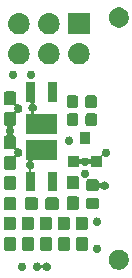
<source format=gbs>
G04 #@! TF.GenerationSoftware,KiCad,Pcbnew,(5.1.0)-1*
G04 #@! TF.CreationDate,2020-11-19T10:17:46+01:00*
G04 #@! TF.ProjectId,PCB_optical_sensors_2_PMW,5043425f-6f70-4746-9963-616c5f73656e,rev?*
G04 #@! TF.SameCoordinates,Original*
G04 #@! TF.FileFunction,Soldermask,Bot*
G04 #@! TF.FilePolarity,Negative*
%FSLAX46Y46*%
G04 Gerber Fmt 4.6, Leading zero omitted, Abs format (unit mm)*
G04 Created by KiCad (PCBNEW (5.1.0)-1) date 2020-11-19 10:17:46*
%MOMM*%
%LPD*%
G04 APERTURE LIST*
%ADD10C,0.100000*%
G04 APERTURE END LIST*
D10*
G36*
X163692383Y-84752489D02*
G01*
X163692386Y-84752490D01*
X163692385Y-84752490D01*
X163756258Y-84778946D01*
X163813748Y-84817360D01*
X163862640Y-84866252D01*
X163891067Y-84908796D01*
X163906613Y-84927738D01*
X163925555Y-84943283D01*
X163947165Y-84954834D01*
X163970614Y-84961947D01*
X163995000Y-84964349D01*
X164019386Y-84961947D01*
X164042835Y-84954834D01*
X164064446Y-84943283D01*
X164083388Y-84927737D01*
X164098933Y-84908796D01*
X164127360Y-84866252D01*
X164176252Y-84817360D01*
X164233742Y-84778946D01*
X164297615Y-84752490D01*
X164297614Y-84752490D01*
X164297617Y-84752489D01*
X164365430Y-84739000D01*
X164434570Y-84739000D01*
X164502383Y-84752489D01*
X164502386Y-84752490D01*
X164502385Y-84752490D01*
X164566258Y-84778946D01*
X164623748Y-84817360D01*
X164672640Y-84866252D01*
X164711054Y-84923742D01*
X164723932Y-84954834D01*
X164737511Y-84987617D01*
X164751000Y-85055430D01*
X164751000Y-85124570D01*
X164737511Y-85192383D01*
X164737510Y-85192385D01*
X164711054Y-85256258D01*
X164672640Y-85313748D01*
X164623748Y-85362640D01*
X164566258Y-85401054D01*
X164514182Y-85422624D01*
X164502383Y-85427511D01*
X164434570Y-85441000D01*
X164365430Y-85441000D01*
X164297617Y-85427511D01*
X164285818Y-85422624D01*
X164233742Y-85401054D01*
X164176252Y-85362640D01*
X164127360Y-85313748D01*
X164098933Y-85271204D01*
X164083387Y-85252262D01*
X164064445Y-85236717D01*
X164042835Y-85225166D01*
X164019386Y-85218053D01*
X163995000Y-85215651D01*
X163970614Y-85218053D01*
X163947165Y-85225166D01*
X163925554Y-85236717D01*
X163906612Y-85252263D01*
X163891067Y-85271204D01*
X163862640Y-85313748D01*
X163813748Y-85362640D01*
X163756258Y-85401054D01*
X163704182Y-85422624D01*
X163692383Y-85427511D01*
X163624570Y-85441000D01*
X163555430Y-85441000D01*
X163487617Y-85427511D01*
X163475818Y-85422624D01*
X163423742Y-85401054D01*
X163366252Y-85362640D01*
X163317360Y-85313748D01*
X163278946Y-85256258D01*
X163252490Y-85192385D01*
X163252489Y-85192383D01*
X163239000Y-85124570D01*
X163239000Y-85055430D01*
X163252489Y-84987617D01*
X163266068Y-84954834D01*
X163278946Y-84923742D01*
X163317360Y-84866252D01*
X163366252Y-84817360D01*
X163423742Y-84778946D01*
X163487615Y-84752490D01*
X163487614Y-84752490D01*
X163487617Y-84752489D01*
X163555430Y-84739000D01*
X163624570Y-84739000D01*
X163692383Y-84752489D01*
X163692383Y-84752489D01*
G37*
G36*
X162408383Y-84752489D02*
G01*
X162408386Y-84752490D01*
X162408385Y-84752490D01*
X162472258Y-84778946D01*
X162529748Y-84817360D01*
X162578640Y-84866252D01*
X162617054Y-84923742D01*
X162629932Y-84954834D01*
X162643511Y-84987617D01*
X162657000Y-85055430D01*
X162657000Y-85124570D01*
X162643511Y-85192383D01*
X162643510Y-85192385D01*
X162617054Y-85256258D01*
X162578640Y-85313748D01*
X162529748Y-85362640D01*
X162472258Y-85401054D01*
X162420182Y-85422624D01*
X162408383Y-85427511D01*
X162340570Y-85441000D01*
X162271430Y-85441000D01*
X162203617Y-85427511D01*
X162191818Y-85422624D01*
X162139742Y-85401054D01*
X162082252Y-85362640D01*
X162033360Y-85313748D01*
X161994946Y-85256258D01*
X161968490Y-85192385D01*
X161968489Y-85192383D01*
X161955000Y-85124570D01*
X161955000Y-85055430D01*
X161968489Y-84987617D01*
X161982068Y-84954834D01*
X161994946Y-84923742D01*
X162033360Y-84866252D01*
X162082252Y-84817360D01*
X162139742Y-84778946D01*
X162203615Y-84752490D01*
X162203614Y-84752490D01*
X162203617Y-84752489D01*
X162271430Y-84739000D01*
X162340570Y-84739000D01*
X162408383Y-84752489D01*
X162408383Y-84752489D01*
G37*
G36*
X170748228Y-83681703D02*
G01*
X170903100Y-83745853D01*
X171042481Y-83838985D01*
X171161015Y-83957519D01*
X171254147Y-84096900D01*
X171318297Y-84251772D01*
X171351000Y-84416184D01*
X171351000Y-84583816D01*
X171318297Y-84748228D01*
X171254147Y-84903100D01*
X171161015Y-85042481D01*
X171042481Y-85161015D01*
X170903100Y-85254147D01*
X170748228Y-85318297D01*
X170583816Y-85351000D01*
X170416184Y-85351000D01*
X170251772Y-85318297D01*
X170096900Y-85254147D01*
X169957519Y-85161015D01*
X169838985Y-85042481D01*
X169745853Y-84903100D01*
X169681703Y-84748228D01*
X169649000Y-84583816D01*
X169649000Y-84416184D01*
X169681703Y-84251772D01*
X169745853Y-84096900D01*
X169838985Y-83957519D01*
X169957519Y-83838985D01*
X170096900Y-83745853D01*
X170251772Y-83681703D01*
X170416184Y-83649000D01*
X170583816Y-83649000D01*
X170748228Y-83681703D01*
X170748228Y-83681703D01*
G37*
G36*
X168758383Y-83228489D02*
G01*
X168758386Y-83228490D01*
X168758385Y-83228490D01*
X168822258Y-83254946D01*
X168879748Y-83293360D01*
X168928640Y-83342252D01*
X168967054Y-83399742D01*
X168988624Y-83451818D01*
X168993511Y-83463617D01*
X169007000Y-83531430D01*
X169007000Y-83600570D01*
X168993511Y-83668383D01*
X168993510Y-83668385D01*
X168967054Y-83732258D01*
X168928640Y-83789748D01*
X168879748Y-83838640D01*
X168822258Y-83877054D01*
X168770182Y-83898624D01*
X168758383Y-83903511D01*
X168690570Y-83917000D01*
X168621430Y-83917000D01*
X168553617Y-83903511D01*
X168541818Y-83898624D01*
X168489742Y-83877054D01*
X168432252Y-83838640D01*
X168383360Y-83789748D01*
X168344946Y-83732258D01*
X168318490Y-83668385D01*
X168318489Y-83668383D01*
X168305000Y-83600570D01*
X168305000Y-83531430D01*
X168318489Y-83463617D01*
X168323376Y-83451818D01*
X168344946Y-83399742D01*
X168383360Y-83342252D01*
X168432252Y-83293360D01*
X168489742Y-83254946D01*
X168553615Y-83228490D01*
X168553614Y-83228490D01*
X168553617Y-83228489D01*
X168621430Y-83215000D01*
X168690570Y-83215000D01*
X168758383Y-83228489D01*
X168758383Y-83228489D01*
G37*
G36*
X161654499Y-82599445D02*
G01*
X161691995Y-82610820D01*
X161726554Y-82629292D01*
X161756847Y-82654153D01*
X161781708Y-82684446D01*
X161800180Y-82719005D01*
X161811555Y-82756501D01*
X161816000Y-82801638D01*
X161816000Y-83540362D01*
X161811555Y-83585499D01*
X161800180Y-83622995D01*
X161781708Y-83657554D01*
X161756847Y-83687847D01*
X161726554Y-83712708D01*
X161691995Y-83731180D01*
X161654499Y-83742555D01*
X161609362Y-83747000D01*
X160970638Y-83747000D01*
X160925501Y-83742555D01*
X160888005Y-83731180D01*
X160853446Y-83712708D01*
X160823153Y-83687847D01*
X160798292Y-83657554D01*
X160779820Y-83622995D01*
X160768445Y-83585499D01*
X160764000Y-83540362D01*
X160764000Y-82801638D01*
X160768445Y-82756501D01*
X160779820Y-82719005D01*
X160798292Y-82684446D01*
X160823153Y-82654153D01*
X160853446Y-82629292D01*
X160888005Y-82610820D01*
X160925501Y-82599445D01*
X160970638Y-82595000D01*
X161609362Y-82595000D01*
X161654499Y-82599445D01*
X161654499Y-82599445D01*
G37*
G36*
X167750499Y-82599445D02*
G01*
X167787995Y-82610820D01*
X167822554Y-82629292D01*
X167852847Y-82654153D01*
X167877708Y-82684446D01*
X167896180Y-82719005D01*
X167907555Y-82756501D01*
X167912000Y-82801638D01*
X167912000Y-83540362D01*
X167907555Y-83585499D01*
X167896180Y-83622995D01*
X167877708Y-83657554D01*
X167852847Y-83687847D01*
X167822554Y-83712708D01*
X167787995Y-83731180D01*
X167750499Y-83742555D01*
X167705362Y-83747000D01*
X167066638Y-83747000D01*
X167021501Y-83742555D01*
X166984005Y-83731180D01*
X166949446Y-83712708D01*
X166919153Y-83687847D01*
X166894292Y-83657554D01*
X166875820Y-83622995D01*
X166864445Y-83585499D01*
X166860000Y-83540362D01*
X166860000Y-82801638D01*
X166864445Y-82756501D01*
X166875820Y-82719005D01*
X166894292Y-82684446D01*
X166919153Y-82654153D01*
X166949446Y-82629292D01*
X166984005Y-82610820D01*
X167021501Y-82599445D01*
X167066638Y-82595000D01*
X167705362Y-82595000D01*
X167750499Y-82599445D01*
X167750499Y-82599445D01*
G37*
G36*
X166226499Y-82599445D02*
G01*
X166263995Y-82610820D01*
X166298554Y-82629292D01*
X166328847Y-82654153D01*
X166353708Y-82684446D01*
X166372180Y-82719005D01*
X166383555Y-82756501D01*
X166388000Y-82801638D01*
X166388000Y-83540362D01*
X166383555Y-83585499D01*
X166372180Y-83622995D01*
X166353708Y-83657554D01*
X166328847Y-83687847D01*
X166298554Y-83712708D01*
X166263995Y-83731180D01*
X166226499Y-83742555D01*
X166181362Y-83747000D01*
X165542638Y-83747000D01*
X165497501Y-83742555D01*
X165460005Y-83731180D01*
X165425446Y-83712708D01*
X165395153Y-83687847D01*
X165370292Y-83657554D01*
X165351820Y-83622995D01*
X165340445Y-83585499D01*
X165336000Y-83540362D01*
X165336000Y-82801638D01*
X165340445Y-82756501D01*
X165351820Y-82719005D01*
X165370292Y-82684446D01*
X165395153Y-82654153D01*
X165425446Y-82629292D01*
X165460005Y-82610820D01*
X165497501Y-82599445D01*
X165542638Y-82595000D01*
X166181362Y-82595000D01*
X166226499Y-82599445D01*
X166226499Y-82599445D01*
G37*
G36*
X164702499Y-82599445D02*
G01*
X164739995Y-82610820D01*
X164774554Y-82629292D01*
X164804847Y-82654153D01*
X164829708Y-82684446D01*
X164848180Y-82719005D01*
X164859555Y-82756501D01*
X164864000Y-82801638D01*
X164864000Y-83540362D01*
X164859555Y-83585499D01*
X164848180Y-83622995D01*
X164829708Y-83657554D01*
X164804847Y-83687847D01*
X164774554Y-83712708D01*
X164739995Y-83731180D01*
X164702499Y-83742555D01*
X164657362Y-83747000D01*
X164018638Y-83747000D01*
X163973501Y-83742555D01*
X163936005Y-83731180D01*
X163901446Y-83712708D01*
X163871153Y-83687847D01*
X163846292Y-83657554D01*
X163827820Y-83622995D01*
X163816445Y-83585499D01*
X163812000Y-83540362D01*
X163812000Y-82801638D01*
X163816445Y-82756501D01*
X163827820Y-82719005D01*
X163846292Y-82684446D01*
X163871153Y-82654153D01*
X163901446Y-82629292D01*
X163936005Y-82610820D01*
X163973501Y-82599445D01*
X164018638Y-82595000D01*
X164657362Y-82595000D01*
X164702499Y-82599445D01*
X164702499Y-82599445D01*
G37*
G36*
X163178499Y-82599445D02*
G01*
X163215995Y-82610820D01*
X163250554Y-82629292D01*
X163280847Y-82654153D01*
X163305708Y-82684446D01*
X163324180Y-82719005D01*
X163335555Y-82756501D01*
X163340000Y-82801638D01*
X163340000Y-83540362D01*
X163335555Y-83585499D01*
X163324180Y-83622995D01*
X163305708Y-83657554D01*
X163280847Y-83687847D01*
X163250554Y-83712708D01*
X163215995Y-83731180D01*
X163178499Y-83742555D01*
X163133362Y-83747000D01*
X162494638Y-83747000D01*
X162449501Y-83742555D01*
X162412005Y-83731180D01*
X162377446Y-83712708D01*
X162347153Y-83687847D01*
X162322292Y-83657554D01*
X162303820Y-83622995D01*
X162292445Y-83585499D01*
X162288000Y-83540362D01*
X162288000Y-82801638D01*
X162292445Y-82756501D01*
X162303820Y-82719005D01*
X162322292Y-82684446D01*
X162347153Y-82654153D01*
X162377446Y-82629292D01*
X162412005Y-82610820D01*
X162449501Y-82599445D01*
X162494638Y-82595000D01*
X163133362Y-82595000D01*
X163178499Y-82599445D01*
X163178499Y-82599445D01*
G37*
G36*
X164702499Y-80849445D02*
G01*
X164739995Y-80860820D01*
X164774554Y-80879292D01*
X164804847Y-80904153D01*
X164829708Y-80934446D01*
X164848180Y-80969005D01*
X164859555Y-81006501D01*
X164864000Y-81051638D01*
X164864000Y-81790362D01*
X164859555Y-81835499D01*
X164848180Y-81872995D01*
X164829708Y-81907554D01*
X164804847Y-81937847D01*
X164774554Y-81962708D01*
X164739995Y-81981180D01*
X164702499Y-81992555D01*
X164657362Y-81997000D01*
X164018638Y-81997000D01*
X163973501Y-81992555D01*
X163936005Y-81981180D01*
X163901446Y-81962708D01*
X163871153Y-81937847D01*
X163846292Y-81907554D01*
X163827820Y-81872995D01*
X163816445Y-81835499D01*
X163812000Y-81790362D01*
X163812000Y-81051638D01*
X163816445Y-81006501D01*
X163827820Y-80969005D01*
X163846292Y-80934446D01*
X163871153Y-80904153D01*
X163901446Y-80879292D01*
X163936005Y-80860820D01*
X163973501Y-80849445D01*
X164018638Y-80845000D01*
X164657362Y-80845000D01*
X164702499Y-80849445D01*
X164702499Y-80849445D01*
G37*
G36*
X163178499Y-80849445D02*
G01*
X163215995Y-80860820D01*
X163250554Y-80879292D01*
X163280847Y-80904153D01*
X163305708Y-80934446D01*
X163324180Y-80969005D01*
X163335555Y-81006501D01*
X163340000Y-81051638D01*
X163340000Y-81790362D01*
X163335555Y-81835499D01*
X163324180Y-81872995D01*
X163305708Y-81907554D01*
X163280847Y-81937847D01*
X163250554Y-81962708D01*
X163215995Y-81981180D01*
X163178499Y-81992555D01*
X163133362Y-81997000D01*
X162494638Y-81997000D01*
X162449501Y-81992555D01*
X162412005Y-81981180D01*
X162377446Y-81962708D01*
X162347153Y-81937847D01*
X162322292Y-81907554D01*
X162303820Y-81872995D01*
X162292445Y-81835499D01*
X162288000Y-81790362D01*
X162288000Y-81051638D01*
X162292445Y-81006501D01*
X162303820Y-80969005D01*
X162322292Y-80934446D01*
X162347153Y-80904153D01*
X162377446Y-80879292D01*
X162412005Y-80860820D01*
X162449501Y-80849445D01*
X162494638Y-80845000D01*
X163133362Y-80845000D01*
X163178499Y-80849445D01*
X163178499Y-80849445D01*
G37*
G36*
X166226499Y-80849445D02*
G01*
X166263995Y-80860820D01*
X166298554Y-80879292D01*
X166328847Y-80904153D01*
X166353708Y-80934446D01*
X166372180Y-80969005D01*
X166383555Y-81006501D01*
X166388000Y-81051638D01*
X166388000Y-81790362D01*
X166383555Y-81835499D01*
X166372180Y-81872995D01*
X166353708Y-81907554D01*
X166328847Y-81937847D01*
X166298554Y-81962708D01*
X166263995Y-81981180D01*
X166226499Y-81992555D01*
X166181362Y-81997000D01*
X165542638Y-81997000D01*
X165497501Y-81992555D01*
X165460005Y-81981180D01*
X165425446Y-81962708D01*
X165395153Y-81937847D01*
X165370292Y-81907554D01*
X165351820Y-81872995D01*
X165340445Y-81835499D01*
X165336000Y-81790362D01*
X165336000Y-81051638D01*
X165340445Y-81006501D01*
X165351820Y-80969005D01*
X165370292Y-80934446D01*
X165395153Y-80904153D01*
X165425446Y-80879292D01*
X165460005Y-80860820D01*
X165497501Y-80849445D01*
X165542638Y-80845000D01*
X166181362Y-80845000D01*
X166226499Y-80849445D01*
X166226499Y-80849445D01*
G37*
G36*
X167750499Y-80849445D02*
G01*
X167787995Y-80860820D01*
X167822554Y-80879292D01*
X167852847Y-80904153D01*
X167877708Y-80934446D01*
X167896180Y-80969005D01*
X167907555Y-81006501D01*
X167912000Y-81051638D01*
X167912000Y-81790362D01*
X167907555Y-81835499D01*
X167896180Y-81872995D01*
X167877708Y-81907554D01*
X167852847Y-81937847D01*
X167822554Y-81962708D01*
X167787995Y-81981180D01*
X167750499Y-81992555D01*
X167705362Y-81997000D01*
X167066638Y-81997000D01*
X167021501Y-81992555D01*
X166984005Y-81981180D01*
X166949446Y-81962708D01*
X166919153Y-81937847D01*
X166894292Y-81907554D01*
X166875820Y-81872995D01*
X166864445Y-81835499D01*
X166860000Y-81790362D01*
X166860000Y-81051638D01*
X166864445Y-81006501D01*
X166875820Y-80969005D01*
X166894292Y-80934446D01*
X166919153Y-80904153D01*
X166949446Y-80879292D01*
X166984005Y-80860820D01*
X167021501Y-80849445D01*
X167066638Y-80845000D01*
X167705362Y-80845000D01*
X167750499Y-80849445D01*
X167750499Y-80849445D01*
G37*
G36*
X161654499Y-80849445D02*
G01*
X161691995Y-80860820D01*
X161726554Y-80879292D01*
X161756847Y-80904153D01*
X161781708Y-80934446D01*
X161800180Y-80969005D01*
X161811555Y-81006501D01*
X161816000Y-81051638D01*
X161816000Y-81790362D01*
X161811555Y-81835499D01*
X161800180Y-81872995D01*
X161781708Y-81907554D01*
X161756847Y-81937847D01*
X161726554Y-81962708D01*
X161691995Y-81981180D01*
X161654499Y-81992555D01*
X161609362Y-81997000D01*
X160970638Y-81997000D01*
X160925501Y-81992555D01*
X160888005Y-81981180D01*
X160853446Y-81962708D01*
X160823153Y-81937847D01*
X160798292Y-81907554D01*
X160779820Y-81872995D01*
X160768445Y-81835499D01*
X160764000Y-81790362D01*
X160764000Y-81051638D01*
X160768445Y-81006501D01*
X160779820Y-80969005D01*
X160798292Y-80934446D01*
X160823153Y-80904153D01*
X160853446Y-80879292D01*
X160888005Y-80860820D01*
X160925501Y-80849445D01*
X160970638Y-80845000D01*
X161609362Y-80845000D01*
X161654499Y-80849445D01*
X161654499Y-80849445D01*
G37*
G36*
X168752383Y-80942489D02*
G01*
X168752386Y-80942490D01*
X168752385Y-80942490D01*
X168816258Y-80968946D01*
X168873748Y-81007360D01*
X168922640Y-81056252D01*
X168961054Y-81113742D01*
X168982624Y-81165818D01*
X168987511Y-81177617D01*
X169001000Y-81245430D01*
X169001000Y-81314570D01*
X168987511Y-81382383D01*
X168987510Y-81382385D01*
X168961054Y-81446258D01*
X168922640Y-81503748D01*
X168873748Y-81552640D01*
X168816258Y-81591054D01*
X168764182Y-81612624D01*
X168752383Y-81617511D01*
X168684570Y-81631000D01*
X168615430Y-81631000D01*
X168547617Y-81617511D01*
X168535818Y-81612624D01*
X168483742Y-81591054D01*
X168426252Y-81552640D01*
X168377360Y-81503748D01*
X168338946Y-81446258D01*
X168312490Y-81382385D01*
X168312489Y-81382383D01*
X168299000Y-81314570D01*
X168299000Y-81245430D01*
X168312489Y-81177617D01*
X168317376Y-81165818D01*
X168338946Y-81113742D01*
X168377360Y-81056252D01*
X168426252Y-81007360D01*
X168483742Y-80968946D01*
X168547615Y-80942490D01*
X168547614Y-80942490D01*
X168547617Y-80942489D01*
X168615430Y-80929000D01*
X168684570Y-80929000D01*
X168752383Y-80942489D01*
X168752383Y-80942489D01*
G37*
G36*
X161654499Y-79184445D02*
G01*
X161691995Y-79195820D01*
X161726554Y-79214292D01*
X161756847Y-79239153D01*
X161781708Y-79269446D01*
X161800180Y-79304005D01*
X161811555Y-79341501D01*
X161816000Y-79386638D01*
X161816000Y-80125362D01*
X161811555Y-80170499D01*
X161800180Y-80207995D01*
X161781708Y-80242554D01*
X161756847Y-80272847D01*
X161726554Y-80297708D01*
X161691995Y-80316180D01*
X161654499Y-80327555D01*
X161609362Y-80332000D01*
X160970638Y-80332000D01*
X160925501Y-80327555D01*
X160888005Y-80316180D01*
X160853446Y-80297708D01*
X160823153Y-80272847D01*
X160798292Y-80242554D01*
X160779820Y-80207995D01*
X160768445Y-80170499D01*
X160764000Y-80125362D01*
X160764000Y-79386638D01*
X160768445Y-79341501D01*
X160779820Y-79304005D01*
X160798292Y-79269446D01*
X160823153Y-79239153D01*
X160853446Y-79214292D01*
X160888005Y-79195820D01*
X160925501Y-79184445D01*
X160970638Y-79180000D01*
X161609362Y-79180000D01*
X161654499Y-79184445D01*
X161654499Y-79184445D01*
G37*
G36*
X166970499Y-79141445D02*
G01*
X167007995Y-79152820D01*
X167042554Y-79171292D01*
X167072847Y-79196153D01*
X167097708Y-79226446D01*
X167116180Y-79261005D01*
X167127555Y-79298501D01*
X167132000Y-79343638D01*
X167132000Y-80082362D01*
X167127555Y-80127499D01*
X167116180Y-80164995D01*
X167097708Y-80199554D01*
X167072847Y-80229847D01*
X167042554Y-80254708D01*
X167007995Y-80273180D01*
X166970499Y-80284555D01*
X166925362Y-80289000D01*
X166286638Y-80289000D01*
X166241501Y-80284555D01*
X166204005Y-80273180D01*
X166169446Y-80254708D01*
X166139153Y-80229847D01*
X166114292Y-80199554D01*
X166095820Y-80164995D01*
X166084445Y-80127499D01*
X166080000Y-80082362D01*
X166080000Y-79343638D01*
X166084445Y-79298501D01*
X166095820Y-79261005D01*
X166114292Y-79226446D01*
X166139153Y-79196153D01*
X166169446Y-79171292D01*
X166204005Y-79152820D01*
X166241501Y-79141445D01*
X166286638Y-79137000D01*
X166925362Y-79137000D01*
X166970499Y-79141445D01*
X166970499Y-79141445D01*
G37*
G36*
X163515499Y-79234445D02*
G01*
X163552995Y-79245820D01*
X163587554Y-79264292D01*
X163617847Y-79289153D01*
X163642708Y-79319446D01*
X163661180Y-79354005D01*
X163672555Y-79391501D01*
X163677000Y-79436638D01*
X163677000Y-80075362D01*
X163672555Y-80120499D01*
X163661180Y-80157995D01*
X163642708Y-80192554D01*
X163617847Y-80222847D01*
X163587554Y-80247708D01*
X163552995Y-80266180D01*
X163515499Y-80277555D01*
X163470362Y-80282000D01*
X162731638Y-80282000D01*
X162686501Y-80277555D01*
X162649005Y-80266180D01*
X162614446Y-80247708D01*
X162584153Y-80222847D01*
X162559292Y-80192554D01*
X162540820Y-80157995D01*
X162529445Y-80120499D01*
X162525000Y-80075362D01*
X162525000Y-79436638D01*
X162529445Y-79391501D01*
X162540820Y-79354005D01*
X162559292Y-79319446D01*
X162584153Y-79289153D01*
X162614446Y-79264292D01*
X162649005Y-79245820D01*
X162686501Y-79234445D01*
X162731638Y-79230000D01*
X163470362Y-79230000D01*
X163515499Y-79234445D01*
X163515499Y-79234445D01*
G37*
G36*
X165265499Y-79234445D02*
G01*
X165302995Y-79245820D01*
X165337554Y-79264292D01*
X165367847Y-79289153D01*
X165392708Y-79319446D01*
X165411180Y-79354005D01*
X165422555Y-79391501D01*
X165427000Y-79436638D01*
X165427000Y-80075362D01*
X165422555Y-80120499D01*
X165411180Y-80157995D01*
X165392708Y-80192554D01*
X165367847Y-80222847D01*
X165337554Y-80247708D01*
X165302995Y-80266180D01*
X165265499Y-80277555D01*
X165220362Y-80282000D01*
X164481638Y-80282000D01*
X164436501Y-80277555D01*
X164399005Y-80266180D01*
X164364446Y-80247708D01*
X164334153Y-80222847D01*
X164309292Y-80192554D01*
X164290820Y-80157995D01*
X164279445Y-80120499D01*
X164275000Y-80075362D01*
X164275000Y-79436638D01*
X164279445Y-79391501D01*
X164290820Y-79354005D01*
X164309292Y-79319446D01*
X164334153Y-79289153D01*
X164364446Y-79264292D01*
X164399005Y-79245820D01*
X164436501Y-79234445D01*
X164481638Y-79230000D01*
X165220362Y-79230000D01*
X165265499Y-79234445D01*
X165265499Y-79234445D01*
G37*
G36*
X168655591Y-79271585D02*
G01*
X168689569Y-79281893D01*
X168720890Y-79298634D01*
X168748339Y-79321161D01*
X168770866Y-79348610D01*
X168787607Y-79379931D01*
X168797915Y-79413909D01*
X168802000Y-79455390D01*
X168802000Y-80056610D01*
X168797915Y-80098091D01*
X168787607Y-80132069D01*
X168770866Y-80163390D01*
X168748339Y-80190839D01*
X168720890Y-80213366D01*
X168689569Y-80230107D01*
X168655591Y-80240415D01*
X168614110Y-80244500D01*
X167937890Y-80244500D01*
X167896409Y-80240415D01*
X167862431Y-80230107D01*
X167831110Y-80213366D01*
X167803661Y-80190839D01*
X167781134Y-80163390D01*
X167764393Y-80132069D01*
X167754085Y-80098091D01*
X167750000Y-80056610D01*
X167750000Y-79455390D01*
X167754085Y-79413909D01*
X167764393Y-79379931D01*
X167781134Y-79348610D01*
X167803661Y-79321161D01*
X167831110Y-79298634D01*
X167862431Y-79281893D01*
X167896409Y-79271585D01*
X167937890Y-79267500D01*
X168614110Y-79267500D01*
X168655591Y-79271585D01*
X168655591Y-79271585D01*
G37*
G36*
X165302000Y-78719000D02*
G01*
X164550000Y-78719000D01*
X164550000Y-77057000D01*
X165302000Y-77057000D01*
X165302000Y-78719000D01*
X165302000Y-78719000D01*
G37*
G36*
X165302000Y-76019000D02*
G01*
X163317163Y-76019000D01*
X163292777Y-76021402D01*
X163269328Y-76028515D01*
X163247717Y-76040066D01*
X163228775Y-76055611D01*
X163213230Y-76074553D01*
X163201679Y-76096164D01*
X163194566Y-76119613D01*
X163192164Y-76143999D01*
X163194566Y-76168385D01*
X163201679Y-76191834D01*
X163213230Y-76213445D01*
X163228775Y-76232387D01*
X163272640Y-76276252D01*
X163311054Y-76333742D01*
X163327913Y-76374446D01*
X163337511Y-76397617D01*
X163351000Y-76465430D01*
X163351000Y-76534570D01*
X163337511Y-76602383D01*
X163337510Y-76602385D01*
X163311054Y-76666258D01*
X163300294Y-76682362D01*
X163272639Y-76723749D01*
X163223749Y-76772639D01*
X163166261Y-76811052D01*
X163166260Y-76811053D01*
X163166259Y-76811053D01*
X163153068Y-76816517D01*
X163131457Y-76828068D01*
X163112515Y-76843613D01*
X163096970Y-76862555D01*
X163085419Y-76884166D01*
X163078306Y-76907615D01*
X163075904Y-76932001D01*
X163078306Y-76956387D01*
X163085419Y-76979836D01*
X163096970Y-77001447D01*
X163112515Y-77020389D01*
X163131457Y-77035934D01*
X163153068Y-77047485D01*
X163176517Y-77054598D01*
X163200903Y-77057000D01*
X163402000Y-77057000D01*
X163402000Y-78719000D01*
X162650000Y-78719000D01*
X162650000Y-77057000D01*
X162799097Y-77057000D01*
X162823483Y-77054598D01*
X162846932Y-77047485D01*
X162868543Y-77035934D01*
X162887485Y-77020389D01*
X162903030Y-77001447D01*
X162914581Y-76979836D01*
X162921694Y-76956387D01*
X162924096Y-76932001D01*
X162921694Y-76907615D01*
X162914581Y-76884166D01*
X162903030Y-76862555D01*
X162887485Y-76843613D01*
X162868543Y-76828068D01*
X162846932Y-76816517D01*
X162833741Y-76811053D01*
X162833740Y-76811053D01*
X162833739Y-76811052D01*
X162776251Y-76772639D01*
X162727361Y-76723749D01*
X162699707Y-76682362D01*
X162688946Y-76666258D01*
X162662490Y-76602385D01*
X162662489Y-76602383D01*
X162649000Y-76534570D01*
X162649000Y-76465430D01*
X162662489Y-76397617D01*
X162672087Y-76374446D01*
X162688946Y-76333742D01*
X162727360Y-76276252D01*
X162771225Y-76232387D01*
X162786770Y-76213445D01*
X162798321Y-76191834D01*
X162805434Y-76168385D01*
X162807836Y-76143999D01*
X162805434Y-76119613D01*
X162798321Y-76096164D01*
X162786770Y-76074553D01*
X162771225Y-76055611D01*
X162752283Y-76040066D01*
X162730672Y-76028515D01*
X162707223Y-76021402D01*
X162682837Y-76019000D01*
X162650000Y-76019000D01*
X162650000Y-74357000D01*
X165302000Y-74357000D01*
X165302000Y-76019000D01*
X165302000Y-76019000D01*
G37*
G36*
X167742383Y-76878489D02*
G01*
X167742386Y-76878490D01*
X167742385Y-76878490D01*
X167806258Y-76904946D01*
X167863748Y-76943360D01*
X167912640Y-76992252D01*
X167951054Y-77049742D01*
X167953065Y-77054598D01*
X167977511Y-77113617D01*
X167991000Y-77181430D01*
X167991000Y-77250570D01*
X167977511Y-77318383D01*
X167977510Y-77318385D01*
X167951054Y-77382258D01*
X167912640Y-77439748D01*
X167873275Y-77479113D01*
X167857730Y-77498055D01*
X167846179Y-77519666D01*
X167839066Y-77543115D01*
X167836664Y-77567501D01*
X167839066Y-77591887D01*
X167846179Y-77615336D01*
X167857730Y-77636947D01*
X167873275Y-77655889D01*
X167892217Y-77671434D01*
X167913828Y-77682985D01*
X167937277Y-77690098D01*
X167961663Y-77692500D01*
X168614110Y-77692500D01*
X168655591Y-77696585D01*
X168689569Y-77706893D01*
X168720890Y-77723634D01*
X168748339Y-77746161D01*
X168770866Y-77773610D01*
X168787607Y-77804931D01*
X168797915Y-77838909D01*
X168802000Y-77880390D01*
X168802000Y-77933460D01*
X168804402Y-77957846D01*
X168811515Y-77981295D01*
X168823066Y-78002906D01*
X168838611Y-78021848D01*
X168857553Y-78037393D01*
X168879164Y-78048944D01*
X168902613Y-78056057D01*
X168926999Y-78058459D01*
X168951385Y-78056057D01*
X168974834Y-78048944D01*
X168996445Y-78037393D01*
X169015387Y-78021848D01*
X169022815Y-78012797D01*
X169076252Y-77959360D01*
X169133742Y-77920946D01*
X169197615Y-77894490D01*
X169197614Y-77894490D01*
X169197617Y-77894489D01*
X169265430Y-77881000D01*
X169334570Y-77881000D01*
X169402383Y-77894489D01*
X169402386Y-77894490D01*
X169402385Y-77894490D01*
X169466258Y-77920946D01*
X169523748Y-77959360D01*
X169572640Y-78008252D01*
X169611054Y-78065742D01*
X169632624Y-78117818D01*
X169637511Y-78129617D01*
X169651000Y-78197430D01*
X169651000Y-78266570D01*
X169637511Y-78334383D01*
X169637510Y-78334385D01*
X169611054Y-78398258D01*
X169572640Y-78455748D01*
X169523748Y-78504640D01*
X169466258Y-78543054D01*
X169432421Y-78557069D01*
X169402383Y-78569511D01*
X169334570Y-78583000D01*
X169265430Y-78583000D01*
X169197617Y-78569511D01*
X169167579Y-78557069D01*
X169133742Y-78543054D01*
X169076252Y-78504640D01*
X169027361Y-78455749D01*
X169027258Y-78455595D01*
X169011712Y-78436654D01*
X168992770Y-78421109D01*
X168971159Y-78409558D01*
X168947710Y-78402445D01*
X168923324Y-78400044D01*
X168898938Y-78402446D01*
X168875489Y-78409560D01*
X168853878Y-78421111D01*
X168834937Y-78436657D01*
X168819392Y-78455599D01*
X168807841Y-78477210D01*
X168798929Y-78512791D01*
X168797915Y-78523091D01*
X168787607Y-78557069D01*
X168770866Y-78588390D01*
X168748339Y-78615839D01*
X168720890Y-78638366D01*
X168689569Y-78655107D01*
X168655591Y-78665415D01*
X168614110Y-78669500D01*
X167937890Y-78669500D01*
X167896409Y-78665415D01*
X167862431Y-78655107D01*
X167831110Y-78638366D01*
X167803661Y-78615839D01*
X167781134Y-78588390D01*
X167764393Y-78557069D01*
X167754085Y-78523091D01*
X167750000Y-78481610D01*
X167750000Y-77880390D01*
X167754085Y-77838909D01*
X167764393Y-77804931D01*
X167781134Y-77773610D01*
X167783031Y-77771299D01*
X167796645Y-77750925D01*
X167806023Y-77728287D01*
X167810804Y-77704253D01*
X167810804Y-77679749D01*
X167806024Y-77655716D01*
X167796647Y-77633077D01*
X167783034Y-77612702D01*
X167765707Y-77595375D01*
X167745333Y-77581761D01*
X167722695Y-77572383D01*
X167698661Y-77567602D01*
X167686407Y-77567000D01*
X167605430Y-77567000D01*
X167537617Y-77553511D01*
X167521620Y-77546885D01*
X167473742Y-77527054D01*
X167416252Y-77488640D01*
X167367360Y-77439748D01*
X167334968Y-77391270D01*
X167328964Y-77383955D01*
X167328933Y-77383798D01*
X167324800Y-77372248D01*
X167302490Y-77318385D01*
X167302489Y-77318383D01*
X167289000Y-77250570D01*
X167289000Y-77181430D01*
X167302489Y-77113617D01*
X167326935Y-77054598D01*
X167328946Y-77049742D01*
X167367360Y-76992252D01*
X167416252Y-76943360D01*
X167473742Y-76904946D01*
X167537615Y-76878490D01*
X167537614Y-76878490D01*
X167537617Y-76878489D01*
X167605430Y-76865000D01*
X167674570Y-76865000D01*
X167742383Y-76878489D01*
X167742383Y-76878489D01*
G37*
G36*
X161654499Y-77434445D02*
G01*
X161691995Y-77445820D01*
X161726554Y-77464292D01*
X161756847Y-77489153D01*
X161781708Y-77519446D01*
X161800180Y-77554005D01*
X161811555Y-77591501D01*
X161816000Y-77636638D01*
X161816000Y-78375362D01*
X161811555Y-78420499D01*
X161800180Y-78457995D01*
X161781708Y-78492554D01*
X161756847Y-78522847D01*
X161726554Y-78547708D01*
X161691995Y-78566180D01*
X161654499Y-78577555D01*
X161609362Y-78582000D01*
X160970638Y-78582000D01*
X160925501Y-78577555D01*
X160888005Y-78566180D01*
X160853446Y-78547708D01*
X160823153Y-78522847D01*
X160798292Y-78492554D01*
X160779820Y-78457995D01*
X160768445Y-78420499D01*
X160764000Y-78375362D01*
X160764000Y-77636638D01*
X160768445Y-77591501D01*
X160779820Y-77554005D01*
X160798292Y-77519446D01*
X160823153Y-77489153D01*
X160853446Y-77464292D01*
X160888005Y-77445820D01*
X160925501Y-77434445D01*
X160970638Y-77430000D01*
X161609362Y-77430000D01*
X161654499Y-77434445D01*
X161654499Y-77434445D01*
G37*
G36*
X166970499Y-77391445D02*
G01*
X167007995Y-77402820D01*
X167042554Y-77421292D01*
X167072847Y-77446153D01*
X167097708Y-77476446D01*
X167099076Y-77479005D01*
X167112623Y-77499280D01*
X167127555Y-77548501D01*
X167132000Y-77593638D01*
X167132000Y-78332362D01*
X167127555Y-78377499D01*
X167116180Y-78414995D01*
X167097708Y-78449554D01*
X167072847Y-78479847D01*
X167042554Y-78504708D01*
X167007995Y-78523180D01*
X166970499Y-78534555D01*
X166925362Y-78539000D01*
X166286638Y-78539000D01*
X166241501Y-78534555D01*
X166204005Y-78523180D01*
X166169446Y-78504708D01*
X166139153Y-78479847D01*
X166114292Y-78449554D01*
X166095820Y-78414995D01*
X166084445Y-78377499D01*
X166080000Y-78332362D01*
X166080000Y-77593638D01*
X166084445Y-77548501D01*
X166095820Y-77511005D01*
X166114292Y-77476446D01*
X166139153Y-77446153D01*
X166169446Y-77421292D01*
X166204005Y-77402820D01*
X166241501Y-77391445D01*
X166286638Y-77387000D01*
X166925362Y-77387000D01*
X166970499Y-77391445D01*
X166970499Y-77391445D01*
G37*
G36*
X161654499Y-70253445D02*
G01*
X161691995Y-70264820D01*
X161726554Y-70283292D01*
X161756847Y-70308153D01*
X161781708Y-70338446D01*
X161800180Y-70373005D01*
X161811555Y-70410501D01*
X161816000Y-70455638D01*
X161816000Y-71194360D01*
X161813999Y-71214677D01*
X161813999Y-71239181D01*
X161818779Y-71263214D01*
X161828157Y-71285853D01*
X161841771Y-71306228D01*
X161859098Y-71323555D01*
X161879472Y-71337168D01*
X161902111Y-71346546D01*
X161926144Y-71351326D01*
X161962779Y-71349527D01*
X161965429Y-71349000D01*
X162034570Y-71349000D01*
X162102383Y-71362489D01*
X162102386Y-71362490D01*
X162102385Y-71362490D01*
X162166258Y-71388946D01*
X162223748Y-71427360D01*
X162272640Y-71476252D01*
X162311054Y-71533742D01*
X162327920Y-71574461D01*
X162337511Y-71597617D01*
X162351000Y-71665430D01*
X162351000Y-71734570D01*
X162337511Y-71802383D01*
X162337510Y-71802385D01*
X162311054Y-71866258D01*
X162272640Y-71923748D01*
X162223748Y-71972640D01*
X162166258Y-72011054D01*
X162115685Y-72032001D01*
X162102383Y-72037511D01*
X162034570Y-72051000D01*
X161965429Y-72051000D01*
X161962779Y-72050473D01*
X161938393Y-72048072D01*
X161914007Y-72050474D01*
X161890558Y-72057588D01*
X161868948Y-72069140D01*
X161850006Y-72084686D01*
X161834461Y-72103628D01*
X161822911Y-72125239D01*
X161815798Y-72148688D01*
X161813999Y-72185323D01*
X161816000Y-72205640D01*
X161816000Y-72944362D01*
X161811555Y-72989499D01*
X161800180Y-73026995D01*
X161781708Y-73061554D01*
X161756847Y-73091847D01*
X161726554Y-73116708D01*
X161691995Y-73135180D01*
X161654499Y-73146555D01*
X161624791Y-73149480D01*
X161600758Y-73154260D01*
X161578119Y-73163637D01*
X161557744Y-73177250D01*
X161540417Y-73194577D01*
X161526803Y-73214951D01*
X161517425Y-73237589D01*
X161512644Y-73261623D01*
X161512644Y-73286127D01*
X161517424Y-73310160D01*
X161526801Y-73332799D01*
X161540414Y-73353174D01*
X161548653Y-73362265D01*
X161562640Y-73376252D01*
X161601054Y-73433742D01*
X161622624Y-73485818D01*
X161627511Y-73497617D01*
X161641000Y-73565430D01*
X161641000Y-73634570D01*
X161627511Y-73702383D01*
X161627510Y-73702385D01*
X161601052Y-73766262D01*
X161578591Y-73799877D01*
X161567039Y-73821487D01*
X161559926Y-73844936D01*
X161557524Y-73869322D01*
X161559926Y-73893708D01*
X161567039Y-73917157D01*
X161578590Y-73938768D01*
X161594135Y-73957710D01*
X161613077Y-73973255D01*
X161646237Y-73988939D01*
X161691994Y-74002820D01*
X161726554Y-74021292D01*
X161756847Y-74046153D01*
X161781708Y-74076446D01*
X161800180Y-74111005D01*
X161811555Y-74148501D01*
X161816000Y-74193638D01*
X161816000Y-74932360D01*
X161813999Y-74952677D01*
X161813999Y-74977181D01*
X161818779Y-75001214D01*
X161828157Y-75023853D01*
X161841771Y-75044228D01*
X161859098Y-75061555D01*
X161879472Y-75075168D01*
X161902111Y-75084546D01*
X161926144Y-75089326D01*
X161962779Y-75087527D01*
X161965429Y-75087000D01*
X162034570Y-75087000D01*
X162102383Y-75100489D01*
X162102386Y-75100490D01*
X162102385Y-75100490D01*
X162166258Y-75126946D01*
X162223748Y-75165360D01*
X162272640Y-75214252D01*
X162311054Y-75271742D01*
X162332624Y-75323818D01*
X162337511Y-75335617D01*
X162351000Y-75403430D01*
X162351000Y-75472570D01*
X162337511Y-75540383D01*
X162337510Y-75540385D01*
X162311054Y-75604258D01*
X162272640Y-75661748D01*
X162223748Y-75710640D01*
X162166258Y-75749054D01*
X162114182Y-75770624D01*
X162102383Y-75775511D01*
X162034570Y-75789000D01*
X161965429Y-75789000D01*
X161962779Y-75788473D01*
X161938393Y-75786072D01*
X161914007Y-75788474D01*
X161890558Y-75795588D01*
X161868948Y-75807140D01*
X161850006Y-75822686D01*
X161834461Y-75841628D01*
X161822911Y-75863239D01*
X161815798Y-75886688D01*
X161813999Y-75923323D01*
X161816000Y-75943640D01*
X161816000Y-76682362D01*
X161811555Y-76727499D01*
X161800180Y-76764995D01*
X161781708Y-76799554D01*
X161756847Y-76829847D01*
X161726554Y-76854708D01*
X161691995Y-76873180D01*
X161654499Y-76884555D01*
X161609362Y-76889000D01*
X160970638Y-76889000D01*
X160925501Y-76884555D01*
X160888005Y-76873180D01*
X160853446Y-76854708D01*
X160823153Y-76829847D01*
X160798292Y-76799554D01*
X160779820Y-76764995D01*
X160768445Y-76727499D01*
X160764000Y-76682362D01*
X160764000Y-75943638D01*
X160768445Y-75898501D01*
X160779820Y-75861005D01*
X160798292Y-75826446D01*
X160823153Y-75796153D01*
X160853446Y-75771292D01*
X160888005Y-75752820D01*
X160925501Y-75741445D01*
X160970638Y-75737000D01*
X161556856Y-75737000D01*
X161581242Y-75734598D01*
X161604691Y-75727485D01*
X161626302Y-75715934D01*
X161645244Y-75700389D01*
X161660789Y-75681447D01*
X161672340Y-75659836D01*
X161679453Y-75636387D01*
X161681855Y-75612001D01*
X161679453Y-75587615D01*
X161672341Y-75564167D01*
X161669787Y-75558001D01*
X161662489Y-75540383D01*
X161649000Y-75472570D01*
X161649000Y-75403430D01*
X161662489Y-75335617D01*
X161672342Y-75311829D01*
X161679453Y-75288384D01*
X161681855Y-75263997D01*
X161679453Y-75239611D01*
X161672339Y-75216163D01*
X161660788Y-75194552D01*
X161645243Y-75175610D01*
X161626300Y-75160065D01*
X161604690Y-75148514D01*
X161581241Y-75141402D01*
X161556856Y-75139000D01*
X160970638Y-75139000D01*
X160925501Y-75134555D01*
X160888005Y-75123180D01*
X160853446Y-75104708D01*
X160823153Y-75079847D01*
X160798292Y-75049554D01*
X160779820Y-75014995D01*
X160768445Y-74977499D01*
X160764000Y-74932362D01*
X160764000Y-74193638D01*
X160768445Y-74148501D01*
X160779820Y-74111005D01*
X160798292Y-74076446D01*
X160823153Y-74046153D01*
X160853446Y-74021292D01*
X160888006Y-74002820D01*
X160933763Y-73988939D01*
X160956402Y-73979562D01*
X160976776Y-73965948D01*
X160994103Y-73948621D01*
X161007717Y-73928246D01*
X161017094Y-73905607D01*
X161021874Y-73881574D01*
X161021874Y-73857070D01*
X161017093Y-73833037D01*
X161001409Y-73799877D01*
X160978948Y-73766262D01*
X160952490Y-73702385D01*
X160952489Y-73702383D01*
X160939000Y-73634570D01*
X160939000Y-73565430D01*
X160952489Y-73497617D01*
X160957376Y-73485818D01*
X160978946Y-73433742D01*
X161017360Y-73376252D01*
X161031347Y-73362265D01*
X161046892Y-73343323D01*
X161058443Y-73321712D01*
X161065556Y-73298263D01*
X161067958Y-73273877D01*
X161065556Y-73249491D01*
X161058443Y-73226042D01*
X161046892Y-73204431D01*
X161031347Y-73185489D01*
X161012405Y-73169944D01*
X160990794Y-73158393D01*
X160967345Y-73151280D01*
X160955209Y-73149480D01*
X160925501Y-73146555D01*
X160888005Y-73135180D01*
X160853446Y-73116708D01*
X160823153Y-73091847D01*
X160798292Y-73061554D01*
X160779820Y-73026995D01*
X160768445Y-72989499D01*
X160764000Y-72944362D01*
X160764000Y-72205638D01*
X160768445Y-72160501D01*
X160779820Y-72123005D01*
X160798292Y-72088446D01*
X160823153Y-72058153D01*
X160853446Y-72033292D01*
X160888005Y-72014820D01*
X160925501Y-72003445D01*
X160970638Y-71999000D01*
X161556856Y-71999000D01*
X161581242Y-71996598D01*
X161604691Y-71989485D01*
X161626302Y-71977934D01*
X161645244Y-71962389D01*
X161660789Y-71943447D01*
X161672340Y-71921836D01*
X161679453Y-71898387D01*
X161681855Y-71874001D01*
X161679453Y-71849615D01*
X161672341Y-71826167D01*
X161662489Y-71802383D01*
X161649000Y-71734570D01*
X161649000Y-71665430D01*
X161662489Y-71597617D01*
X161672342Y-71573829D01*
X161679453Y-71550384D01*
X161681855Y-71525997D01*
X161679453Y-71501611D01*
X161672339Y-71478163D01*
X161660788Y-71456552D01*
X161645243Y-71437610D01*
X161626300Y-71422065D01*
X161604690Y-71410514D01*
X161581241Y-71403402D01*
X161556856Y-71401000D01*
X160970638Y-71401000D01*
X160925501Y-71396555D01*
X160888005Y-71385180D01*
X160853446Y-71366708D01*
X160823153Y-71341847D01*
X160798292Y-71311554D01*
X160779820Y-71276995D01*
X160768445Y-71239499D01*
X160764000Y-71194362D01*
X160764000Y-70455638D01*
X160768445Y-70410501D01*
X160779820Y-70373005D01*
X160798292Y-70338446D01*
X160823153Y-70308153D01*
X160853446Y-70283292D01*
X160888005Y-70264820D01*
X160925501Y-70253445D01*
X160970638Y-70249000D01*
X161609362Y-70249000D01*
X161654499Y-70253445D01*
X161654499Y-70253445D01*
G37*
G36*
X169520383Y-75100489D02*
G01*
X169520386Y-75100490D01*
X169520385Y-75100490D01*
X169584258Y-75126946D01*
X169641748Y-75165360D01*
X169690640Y-75214252D01*
X169729054Y-75271742D01*
X169750624Y-75323818D01*
X169755511Y-75335617D01*
X169769000Y-75403430D01*
X169769000Y-75472570D01*
X169755511Y-75540383D01*
X169755510Y-75540385D01*
X169729054Y-75604258D01*
X169690640Y-75661748D01*
X169641748Y-75710640D01*
X169584258Y-75749054D01*
X169532182Y-75770624D01*
X169520383Y-75775511D01*
X169452570Y-75789000D01*
X169383430Y-75789000D01*
X169315617Y-75775511D01*
X169305431Y-75771292D01*
X169251741Y-75749054D01*
X169235446Y-75738165D01*
X169213836Y-75726614D01*
X169190387Y-75719500D01*
X169166001Y-75717098D01*
X169141615Y-75719499D01*
X169118166Y-75726612D01*
X169096555Y-75738163D01*
X169077613Y-75753708D01*
X169062067Y-75772650D01*
X169050516Y-75794260D01*
X169043402Y-75817709D01*
X169041000Y-75842097D01*
X169041000Y-76685000D01*
X168139000Y-76685000D01*
X168139000Y-76497043D01*
X168136598Y-76472657D01*
X168129485Y-76449208D01*
X168117934Y-76427597D01*
X168102389Y-76408655D01*
X168083447Y-76393110D01*
X168061836Y-76381559D01*
X168038387Y-76374446D01*
X168014001Y-76372044D01*
X167989615Y-76374446D01*
X167966166Y-76381559D01*
X167944555Y-76393110D01*
X167925613Y-76408655D01*
X167915912Y-76420476D01*
X167863748Y-76472640D01*
X167806258Y-76511054D01*
X167754182Y-76532624D01*
X167742383Y-76537511D01*
X167674570Y-76551000D01*
X167605430Y-76551000D01*
X167537617Y-76537511D01*
X167525818Y-76532624D01*
X167473742Y-76511054D01*
X167416252Y-76472640D01*
X167364088Y-76420476D01*
X167354387Y-76408655D01*
X167335445Y-76393110D01*
X167313834Y-76381559D01*
X167290385Y-76374446D01*
X167265999Y-76372044D01*
X167241613Y-76374446D01*
X167218164Y-76381559D01*
X167196553Y-76393110D01*
X167177611Y-76408655D01*
X167162066Y-76427597D01*
X167150515Y-76449208D01*
X167143402Y-76472657D01*
X167141000Y-76497043D01*
X167141000Y-76685000D01*
X166239000Y-76685000D01*
X166239000Y-75683000D01*
X167141000Y-75683000D01*
X167141000Y-75902957D01*
X167143402Y-75927343D01*
X167150515Y-75950792D01*
X167162066Y-75972403D01*
X167177611Y-75991345D01*
X167196553Y-76006890D01*
X167218164Y-76018441D01*
X167241613Y-76025554D01*
X167265999Y-76027956D01*
X167290385Y-76025554D01*
X167313834Y-76018441D01*
X167335445Y-76006890D01*
X167354387Y-75991345D01*
X167364088Y-75979524D01*
X167416252Y-75927360D01*
X167473742Y-75888946D01*
X167525818Y-75867376D01*
X167537617Y-75862489D01*
X167605430Y-75849000D01*
X167674570Y-75849000D01*
X167742383Y-75862489D01*
X167754182Y-75867376D01*
X167806258Y-75888946D01*
X167863748Y-75927360D01*
X167915912Y-75979524D01*
X167925613Y-75991345D01*
X167944555Y-76006890D01*
X167966166Y-76018441D01*
X167989615Y-76025554D01*
X168014001Y-76027956D01*
X168038387Y-76025554D01*
X168061836Y-76018441D01*
X168083447Y-76006890D01*
X168102389Y-75991345D01*
X168117934Y-75972403D01*
X168129485Y-75950792D01*
X168136598Y-75927343D01*
X168139000Y-75902957D01*
X168139000Y-75683000D01*
X168956546Y-75683000D01*
X168980932Y-75680598D01*
X169004381Y-75673485D01*
X169025992Y-75661934D01*
X169044934Y-75646389D01*
X169060479Y-75627447D01*
X169072030Y-75605836D01*
X169079143Y-75582387D01*
X169081545Y-75558001D01*
X169079143Y-75533614D01*
X169067000Y-75472570D01*
X169067000Y-75403430D01*
X169080489Y-75335619D01*
X169080489Y-75335617D01*
X169085376Y-75323818D01*
X169106946Y-75271742D01*
X169145360Y-75214252D01*
X169194252Y-75165360D01*
X169251742Y-75126946D01*
X169315615Y-75100490D01*
X169315614Y-75100490D01*
X169315617Y-75100489D01*
X169383430Y-75087000D01*
X169452570Y-75087000D01*
X169520383Y-75100489D01*
X169520383Y-75100489D01*
G37*
G36*
X166402383Y-74084489D02*
G01*
X166402386Y-74084490D01*
X166402385Y-74084490D01*
X166466258Y-74110946D01*
X166523748Y-74149360D01*
X166572640Y-74198252D01*
X166611054Y-74255742D01*
X166632624Y-74307818D01*
X166637511Y-74319617D01*
X166651000Y-74387430D01*
X166651000Y-74456570D01*
X166637511Y-74524383D01*
X166637510Y-74524385D01*
X166611054Y-74588258D01*
X166572640Y-74645748D01*
X166523748Y-74694640D01*
X166466258Y-74733054D01*
X166414182Y-74754624D01*
X166402383Y-74759511D01*
X166334570Y-74773000D01*
X166265430Y-74773000D01*
X166197617Y-74759511D01*
X166185818Y-74754624D01*
X166133742Y-74733054D01*
X166076252Y-74694640D01*
X166027360Y-74645748D01*
X165988946Y-74588258D01*
X165962490Y-74524385D01*
X165962489Y-74524383D01*
X165949000Y-74456570D01*
X165949000Y-74387430D01*
X165962489Y-74319617D01*
X165967376Y-74307818D01*
X165988946Y-74255742D01*
X166027360Y-74198252D01*
X166076252Y-74149360D01*
X166133742Y-74110946D01*
X166197615Y-74084490D01*
X166197614Y-74084490D01*
X166197617Y-74084489D01*
X166265430Y-74071000D01*
X166334570Y-74071000D01*
X166402383Y-74084489D01*
X166402383Y-74084489D01*
G37*
G36*
X168091000Y-74685000D02*
G01*
X167189000Y-74685000D01*
X167189000Y-73683000D01*
X168091000Y-73683000D01*
X168091000Y-74685000D01*
X168091000Y-74685000D01*
G37*
G36*
X163402000Y-71148790D02*
G01*
X163393689Y-71155611D01*
X163378144Y-71174553D01*
X163366593Y-71196164D01*
X163359480Y-71219613D01*
X163357078Y-71243999D01*
X163359480Y-71268385D01*
X163366593Y-71291834D01*
X163378144Y-71313445D01*
X163393689Y-71332387D01*
X163412631Y-71347932D01*
X163423748Y-71355360D01*
X163472640Y-71404252D01*
X163511054Y-71461742D01*
X163532624Y-71513818D01*
X163537511Y-71525617D01*
X163551000Y-71593430D01*
X163551000Y-71662570D01*
X163537511Y-71730383D01*
X163537510Y-71730385D01*
X163511054Y-71794258D01*
X163511052Y-71794261D01*
X163472639Y-71851749D01*
X163423749Y-71900639D01*
X163389165Y-71923748D01*
X163382699Y-71928068D01*
X163363757Y-71943614D01*
X163348212Y-71962555D01*
X163336661Y-71984166D01*
X163329548Y-72007615D01*
X163327146Y-72032001D01*
X163329548Y-72056387D01*
X163336661Y-72079836D01*
X163348212Y-72101447D01*
X163363758Y-72120389D01*
X163382699Y-72135934D01*
X163404310Y-72147485D01*
X163427759Y-72154598D01*
X163452145Y-72157000D01*
X165302000Y-72157000D01*
X165302000Y-73819000D01*
X162650000Y-73819000D01*
X162650000Y-72157000D01*
X162947855Y-72157000D01*
X162972241Y-72154598D01*
X162995690Y-72147485D01*
X163017301Y-72135934D01*
X163036243Y-72120389D01*
X163051788Y-72101447D01*
X163063339Y-72079836D01*
X163070452Y-72056387D01*
X163072854Y-72032001D01*
X163070452Y-72007615D01*
X163063339Y-71984166D01*
X163051788Y-71962555D01*
X163036243Y-71943613D01*
X163017301Y-71928068D01*
X163010836Y-71923748D01*
X162976251Y-71900639D01*
X162927361Y-71851749D01*
X162888948Y-71794261D01*
X162888946Y-71794258D01*
X162862490Y-71730385D01*
X162862489Y-71730383D01*
X162849000Y-71662570D01*
X162849000Y-71593430D01*
X162862489Y-71525617D01*
X162867376Y-71513818D01*
X162888946Y-71461742D01*
X162927360Y-71404252D01*
X162976252Y-71355360D01*
X162987369Y-71347932D01*
X163006311Y-71332387D01*
X163021856Y-71313445D01*
X163033407Y-71291834D01*
X163040520Y-71268385D01*
X163042922Y-71243999D01*
X163040520Y-71219613D01*
X163033407Y-71196164D01*
X163021856Y-71174553D01*
X163006311Y-71155611D01*
X162987369Y-71140066D01*
X162965758Y-71128515D01*
X162942309Y-71121402D01*
X162917923Y-71119000D01*
X162650000Y-71119000D01*
X162650000Y-69457000D01*
X163402000Y-69457000D01*
X163402000Y-71148790D01*
X163402000Y-71148790D01*
G37*
G36*
X166940591Y-72122085D02*
G01*
X166974569Y-72132393D01*
X167005890Y-72149134D01*
X167033339Y-72171661D01*
X167055866Y-72199110D01*
X167072607Y-72230431D01*
X167082915Y-72264409D01*
X167087000Y-72305890D01*
X167087000Y-72982110D01*
X167082915Y-73023591D01*
X167072607Y-73057569D01*
X167055866Y-73088890D01*
X167033339Y-73116339D01*
X167005890Y-73138866D01*
X166974569Y-73155607D01*
X166940591Y-73165915D01*
X166899110Y-73170000D01*
X166297890Y-73170000D01*
X166256409Y-73165915D01*
X166222431Y-73155607D01*
X166191110Y-73138866D01*
X166163661Y-73116339D01*
X166141134Y-73088890D01*
X166124393Y-73057569D01*
X166114085Y-73023591D01*
X166110000Y-72982110D01*
X166110000Y-72305890D01*
X166114085Y-72264409D01*
X166124393Y-72230431D01*
X166141134Y-72199110D01*
X166163661Y-72171661D01*
X166191110Y-72149134D01*
X166222431Y-72132393D01*
X166256409Y-72122085D01*
X166297890Y-72118000D01*
X166899110Y-72118000D01*
X166940591Y-72122085D01*
X166940591Y-72122085D01*
G37*
G36*
X168515591Y-72122085D02*
G01*
X168549569Y-72132393D01*
X168580890Y-72149134D01*
X168608339Y-72171661D01*
X168630866Y-72199110D01*
X168647607Y-72230431D01*
X168657915Y-72264409D01*
X168662000Y-72305890D01*
X168662000Y-72982110D01*
X168657915Y-73023591D01*
X168647607Y-73057569D01*
X168630866Y-73088890D01*
X168608339Y-73116339D01*
X168580890Y-73138866D01*
X168549569Y-73155607D01*
X168515591Y-73165915D01*
X168474110Y-73170000D01*
X167872890Y-73170000D01*
X167831409Y-73165915D01*
X167797431Y-73155607D01*
X167766110Y-73138866D01*
X167738661Y-73116339D01*
X167716134Y-73088890D01*
X167699393Y-73057569D01*
X167689085Y-73023591D01*
X167685000Y-72982110D01*
X167685000Y-72305890D01*
X167689085Y-72264409D01*
X167699393Y-72230431D01*
X167716134Y-72199110D01*
X167738661Y-72171661D01*
X167766110Y-72149134D01*
X167797431Y-72132393D01*
X167831409Y-72122085D01*
X167872890Y-72118000D01*
X168474110Y-72118000D01*
X168515591Y-72122085D01*
X168515591Y-72122085D01*
G37*
G36*
X166915091Y-70598085D02*
G01*
X166949069Y-70608393D01*
X166980390Y-70625134D01*
X167007839Y-70647661D01*
X167030366Y-70675110D01*
X167047107Y-70706431D01*
X167057415Y-70740409D01*
X167061500Y-70781890D01*
X167061500Y-71458110D01*
X167057415Y-71499591D01*
X167047107Y-71533569D01*
X167030366Y-71564890D01*
X167007839Y-71592339D01*
X166980390Y-71614866D01*
X166949069Y-71631607D01*
X166915091Y-71641915D01*
X166873610Y-71646000D01*
X166272390Y-71646000D01*
X166230909Y-71641915D01*
X166196931Y-71631607D01*
X166165610Y-71614866D01*
X166138161Y-71592339D01*
X166115634Y-71564890D01*
X166098893Y-71533569D01*
X166088585Y-71499591D01*
X166084500Y-71458110D01*
X166084500Y-70781890D01*
X166088585Y-70740409D01*
X166098893Y-70706431D01*
X166115634Y-70675110D01*
X166138161Y-70647661D01*
X166165610Y-70625134D01*
X166196931Y-70608393D01*
X166230909Y-70598085D01*
X166272390Y-70594000D01*
X166873610Y-70594000D01*
X166915091Y-70598085D01*
X166915091Y-70598085D01*
G37*
G36*
X168490091Y-70598085D02*
G01*
X168524069Y-70608393D01*
X168555390Y-70625134D01*
X168582839Y-70647661D01*
X168605366Y-70675110D01*
X168622107Y-70706431D01*
X168632415Y-70740409D01*
X168636500Y-70781890D01*
X168636500Y-71458110D01*
X168632415Y-71499591D01*
X168622107Y-71533569D01*
X168605366Y-71564890D01*
X168582839Y-71592339D01*
X168555390Y-71614866D01*
X168524069Y-71631607D01*
X168490091Y-71641915D01*
X168448610Y-71646000D01*
X167847390Y-71646000D01*
X167805909Y-71641915D01*
X167771931Y-71631607D01*
X167740610Y-71614866D01*
X167713161Y-71592339D01*
X167690634Y-71564890D01*
X167673893Y-71533569D01*
X167663585Y-71499591D01*
X167659500Y-71458110D01*
X167659500Y-70781890D01*
X167663585Y-70740409D01*
X167673893Y-70706431D01*
X167690634Y-70675110D01*
X167713161Y-70647661D01*
X167740610Y-70625134D01*
X167771931Y-70608393D01*
X167805909Y-70598085D01*
X167847390Y-70594000D01*
X168448610Y-70594000D01*
X168490091Y-70598085D01*
X168490091Y-70598085D01*
G37*
G36*
X165302000Y-71119000D02*
G01*
X164550000Y-71119000D01*
X164550000Y-69457000D01*
X165302000Y-69457000D01*
X165302000Y-71119000D01*
X165302000Y-71119000D01*
G37*
G36*
X161646383Y-68496489D02*
G01*
X161646386Y-68496490D01*
X161646385Y-68496490D01*
X161710258Y-68522946D01*
X161767748Y-68561360D01*
X161816640Y-68610252D01*
X161855054Y-68667742D01*
X161876624Y-68719818D01*
X161881511Y-68731617D01*
X161895000Y-68799430D01*
X161895000Y-68868570D01*
X161881511Y-68936383D01*
X161881510Y-68936385D01*
X161855054Y-69000258D01*
X161816640Y-69057748D01*
X161767748Y-69106640D01*
X161710258Y-69145054D01*
X161658182Y-69166624D01*
X161646383Y-69171511D01*
X161578570Y-69185000D01*
X161509430Y-69185000D01*
X161441617Y-69171511D01*
X161429818Y-69166624D01*
X161377742Y-69145054D01*
X161320252Y-69106640D01*
X161271360Y-69057748D01*
X161232946Y-69000258D01*
X161206490Y-68936385D01*
X161206489Y-68936383D01*
X161193000Y-68868570D01*
X161193000Y-68799430D01*
X161206489Y-68731617D01*
X161211376Y-68719818D01*
X161232946Y-68667742D01*
X161271360Y-68610252D01*
X161320252Y-68561360D01*
X161377742Y-68522946D01*
X161441615Y-68496490D01*
X161441614Y-68496490D01*
X161441617Y-68496489D01*
X161509430Y-68483000D01*
X161578570Y-68483000D01*
X161646383Y-68496489D01*
X161646383Y-68496489D01*
G37*
G36*
X163170383Y-68496489D02*
G01*
X163170386Y-68496490D01*
X163170385Y-68496490D01*
X163234258Y-68522946D01*
X163291748Y-68561360D01*
X163340640Y-68610252D01*
X163379054Y-68667742D01*
X163400624Y-68719818D01*
X163405511Y-68731617D01*
X163419000Y-68799430D01*
X163419000Y-68868570D01*
X163405511Y-68936383D01*
X163405510Y-68936385D01*
X163379054Y-69000258D01*
X163340640Y-69057748D01*
X163291748Y-69106640D01*
X163234258Y-69145054D01*
X163182182Y-69166624D01*
X163170383Y-69171511D01*
X163102570Y-69185000D01*
X163033430Y-69185000D01*
X162965617Y-69171511D01*
X162953818Y-69166624D01*
X162901742Y-69145054D01*
X162844252Y-69106640D01*
X162795360Y-69057748D01*
X162756946Y-69000258D01*
X162730490Y-68936385D01*
X162730489Y-68936383D01*
X162717000Y-68868570D01*
X162717000Y-68799430D01*
X162730489Y-68731617D01*
X162735376Y-68719818D01*
X162756946Y-68667742D01*
X162795360Y-68610252D01*
X162844252Y-68561360D01*
X162901742Y-68522946D01*
X162965615Y-68496490D01*
X162965614Y-68496490D01*
X162965617Y-68496489D01*
X163033430Y-68483000D01*
X163102570Y-68483000D01*
X163170383Y-68496489D01*
X163170383Y-68496489D01*
G37*
G36*
X167242442Y-66161518D02*
G01*
X167308627Y-66168037D01*
X167478466Y-66219557D01*
X167634991Y-66303222D01*
X167670729Y-66332552D01*
X167772186Y-66415814D01*
X167855448Y-66517271D01*
X167884778Y-66553009D01*
X167968443Y-66709534D01*
X168019963Y-66879373D01*
X168037359Y-67056000D01*
X168019963Y-67232627D01*
X167968443Y-67402466D01*
X167884778Y-67558991D01*
X167855448Y-67594729D01*
X167772186Y-67696186D01*
X167670729Y-67779448D01*
X167634991Y-67808778D01*
X167478466Y-67892443D01*
X167308627Y-67943963D01*
X167242442Y-67950482D01*
X167176260Y-67957000D01*
X167087740Y-67957000D01*
X167021558Y-67950482D01*
X166955373Y-67943963D01*
X166785534Y-67892443D01*
X166629009Y-67808778D01*
X166593271Y-67779448D01*
X166491814Y-67696186D01*
X166408552Y-67594729D01*
X166379222Y-67558991D01*
X166295557Y-67402466D01*
X166244037Y-67232627D01*
X166226641Y-67056000D01*
X166244037Y-66879373D01*
X166295557Y-66709534D01*
X166379222Y-66553009D01*
X166408552Y-66517271D01*
X166491814Y-66415814D01*
X166593271Y-66332552D01*
X166629009Y-66303222D01*
X166785534Y-66219557D01*
X166955373Y-66168037D01*
X167021558Y-66161518D01*
X167087740Y-66155000D01*
X167176260Y-66155000D01*
X167242442Y-66161518D01*
X167242442Y-66161518D01*
G37*
G36*
X164702442Y-66161518D02*
G01*
X164768627Y-66168037D01*
X164938466Y-66219557D01*
X165094991Y-66303222D01*
X165130729Y-66332552D01*
X165232186Y-66415814D01*
X165315448Y-66517271D01*
X165344778Y-66553009D01*
X165428443Y-66709534D01*
X165479963Y-66879373D01*
X165497359Y-67056000D01*
X165479963Y-67232627D01*
X165428443Y-67402466D01*
X165344778Y-67558991D01*
X165315448Y-67594729D01*
X165232186Y-67696186D01*
X165130729Y-67779448D01*
X165094991Y-67808778D01*
X164938466Y-67892443D01*
X164768627Y-67943963D01*
X164702442Y-67950482D01*
X164636260Y-67957000D01*
X164547740Y-67957000D01*
X164481558Y-67950482D01*
X164415373Y-67943963D01*
X164245534Y-67892443D01*
X164089009Y-67808778D01*
X164053271Y-67779448D01*
X163951814Y-67696186D01*
X163868552Y-67594729D01*
X163839222Y-67558991D01*
X163755557Y-67402466D01*
X163704037Y-67232627D01*
X163686641Y-67056000D01*
X163704037Y-66879373D01*
X163755557Y-66709534D01*
X163839222Y-66553009D01*
X163868552Y-66517271D01*
X163951814Y-66415814D01*
X164053271Y-66332552D01*
X164089009Y-66303222D01*
X164245534Y-66219557D01*
X164415373Y-66168037D01*
X164481558Y-66161518D01*
X164547740Y-66155000D01*
X164636260Y-66155000D01*
X164702442Y-66161518D01*
X164702442Y-66161518D01*
G37*
G36*
X162162442Y-66161518D02*
G01*
X162228627Y-66168037D01*
X162398466Y-66219557D01*
X162554991Y-66303222D01*
X162590729Y-66332552D01*
X162692186Y-66415814D01*
X162775448Y-66517271D01*
X162804778Y-66553009D01*
X162888443Y-66709534D01*
X162939963Y-66879373D01*
X162957359Y-67056000D01*
X162939963Y-67232627D01*
X162888443Y-67402466D01*
X162804778Y-67558991D01*
X162775448Y-67594729D01*
X162692186Y-67696186D01*
X162590729Y-67779448D01*
X162554991Y-67808778D01*
X162398466Y-67892443D01*
X162228627Y-67943963D01*
X162162442Y-67950482D01*
X162096260Y-67957000D01*
X162007740Y-67957000D01*
X161941558Y-67950482D01*
X161875373Y-67943963D01*
X161705534Y-67892443D01*
X161549009Y-67808778D01*
X161513271Y-67779448D01*
X161411814Y-67696186D01*
X161328552Y-67594729D01*
X161299222Y-67558991D01*
X161215557Y-67402466D01*
X161164037Y-67232627D01*
X161146641Y-67056000D01*
X161164037Y-66879373D01*
X161215557Y-66709534D01*
X161299222Y-66553009D01*
X161328552Y-66517271D01*
X161411814Y-66415814D01*
X161513271Y-66332552D01*
X161549009Y-66303222D01*
X161705534Y-66219557D01*
X161875373Y-66168037D01*
X161941558Y-66161518D01*
X162007740Y-66155000D01*
X162096260Y-66155000D01*
X162162442Y-66161518D01*
X162162442Y-66161518D01*
G37*
G36*
X168033000Y-65417000D02*
G01*
X166231000Y-65417000D01*
X166231000Y-63615000D01*
X168033000Y-63615000D01*
X168033000Y-65417000D01*
X168033000Y-65417000D01*
G37*
G36*
X164702443Y-63621519D02*
G01*
X164768627Y-63628037D01*
X164938466Y-63679557D01*
X165094991Y-63763222D01*
X165130729Y-63792552D01*
X165232186Y-63875814D01*
X165315448Y-63977271D01*
X165344778Y-64013009D01*
X165428443Y-64169534D01*
X165479963Y-64339373D01*
X165497359Y-64516000D01*
X165479963Y-64692627D01*
X165428443Y-64862466D01*
X165344778Y-65018991D01*
X165315448Y-65054729D01*
X165232186Y-65156186D01*
X165130729Y-65239448D01*
X165094991Y-65268778D01*
X164938466Y-65352443D01*
X164768627Y-65403963D01*
X164702443Y-65410481D01*
X164636260Y-65417000D01*
X164547740Y-65417000D01*
X164481557Y-65410481D01*
X164415373Y-65403963D01*
X164245534Y-65352443D01*
X164089009Y-65268778D01*
X164053271Y-65239448D01*
X163951814Y-65156186D01*
X163868552Y-65054729D01*
X163839222Y-65018991D01*
X163755557Y-64862466D01*
X163704037Y-64692627D01*
X163686641Y-64516000D01*
X163704037Y-64339373D01*
X163755557Y-64169534D01*
X163839222Y-64013009D01*
X163868552Y-63977271D01*
X163951814Y-63875814D01*
X164053271Y-63792552D01*
X164089009Y-63763222D01*
X164245534Y-63679557D01*
X164415373Y-63628037D01*
X164481557Y-63621519D01*
X164547740Y-63615000D01*
X164636260Y-63615000D01*
X164702443Y-63621519D01*
X164702443Y-63621519D01*
G37*
G36*
X162162443Y-63621519D02*
G01*
X162228627Y-63628037D01*
X162398466Y-63679557D01*
X162554991Y-63763222D01*
X162590729Y-63792552D01*
X162692186Y-63875814D01*
X162775448Y-63977271D01*
X162804778Y-64013009D01*
X162888443Y-64169534D01*
X162939963Y-64339373D01*
X162957359Y-64516000D01*
X162939963Y-64692627D01*
X162888443Y-64862466D01*
X162804778Y-65018991D01*
X162775448Y-65054729D01*
X162692186Y-65156186D01*
X162590729Y-65239448D01*
X162554991Y-65268778D01*
X162398466Y-65352443D01*
X162228627Y-65403963D01*
X162162443Y-65410481D01*
X162096260Y-65417000D01*
X162007740Y-65417000D01*
X161941557Y-65410481D01*
X161875373Y-65403963D01*
X161705534Y-65352443D01*
X161549009Y-65268778D01*
X161513271Y-65239448D01*
X161411814Y-65156186D01*
X161328552Y-65054729D01*
X161299222Y-65018991D01*
X161215557Y-64862466D01*
X161164037Y-64692627D01*
X161146641Y-64516000D01*
X161164037Y-64339373D01*
X161215557Y-64169534D01*
X161299222Y-64013009D01*
X161328552Y-63977271D01*
X161411814Y-63875814D01*
X161513271Y-63792552D01*
X161549009Y-63763222D01*
X161705534Y-63679557D01*
X161875373Y-63628037D01*
X161941557Y-63621519D01*
X162007740Y-63615000D01*
X162096260Y-63615000D01*
X162162443Y-63621519D01*
X162162443Y-63621519D01*
G37*
G36*
X170748228Y-63181703D02*
G01*
X170903100Y-63245853D01*
X171042481Y-63338985D01*
X171161015Y-63457519D01*
X171254147Y-63596900D01*
X171318297Y-63751772D01*
X171351000Y-63916184D01*
X171351000Y-64083816D01*
X171318297Y-64248228D01*
X171254147Y-64403100D01*
X171161015Y-64542481D01*
X171042481Y-64661015D01*
X170903100Y-64754147D01*
X170748228Y-64818297D01*
X170583816Y-64851000D01*
X170416184Y-64851000D01*
X170251772Y-64818297D01*
X170096900Y-64754147D01*
X169957519Y-64661015D01*
X169838985Y-64542481D01*
X169745853Y-64403100D01*
X169681703Y-64248228D01*
X169649000Y-64083816D01*
X169649000Y-63916184D01*
X169681703Y-63751772D01*
X169745853Y-63596900D01*
X169838985Y-63457519D01*
X169957519Y-63338985D01*
X170096900Y-63245853D01*
X170251772Y-63181703D01*
X170416184Y-63149000D01*
X170583816Y-63149000D01*
X170748228Y-63181703D01*
X170748228Y-63181703D01*
G37*
M02*

</source>
